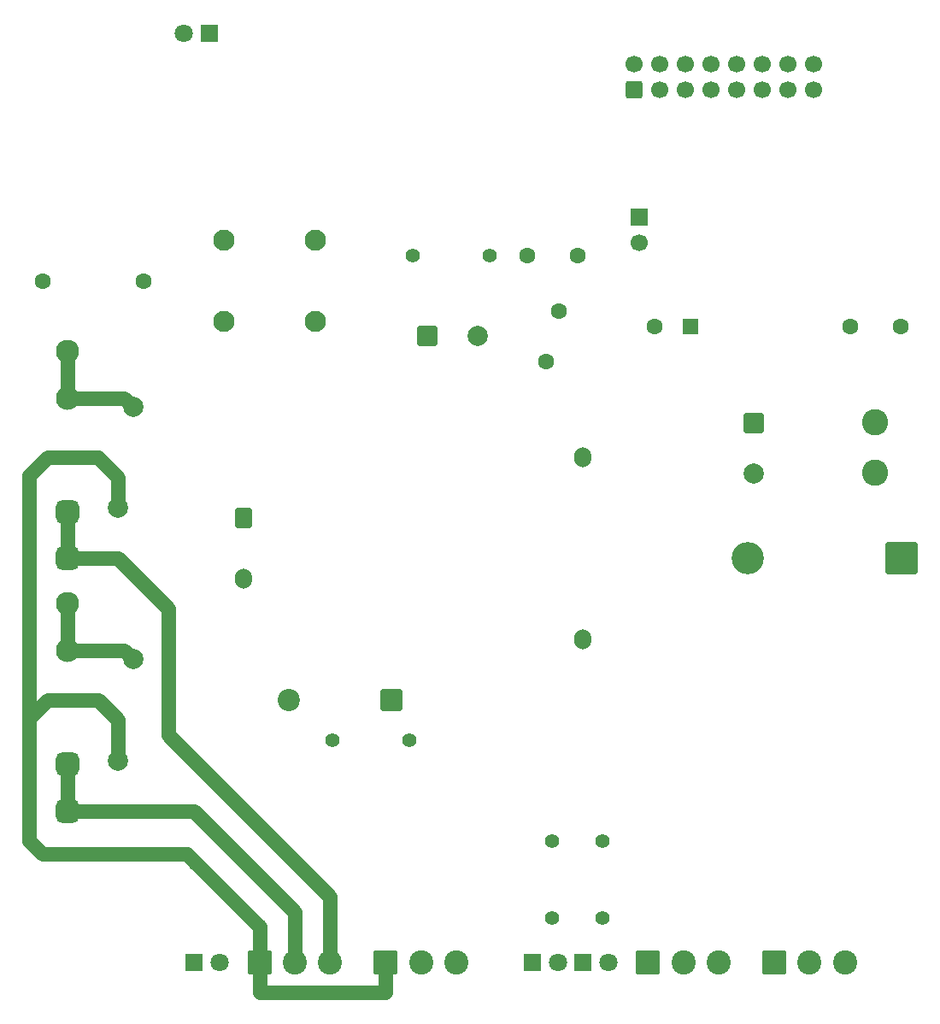
<source format=gbr>
%TF.GenerationSoftware,KiCad,Pcbnew,9.0.7*%
%TF.CreationDate,2026-02-03T14:25:51+01:00*%
%TF.ProjectId,lokho2-base,6c6f6b68-6f32-42d6-9261-73652e6b6963,rev?*%
%TF.SameCoordinates,Original*%
%TF.FileFunction,Soldermask,Bot*%
%TF.FilePolarity,Negative*%
%FSLAX46Y46*%
G04 Gerber Fmt 4.6, Leading zero omitted, Abs format (unit mm)*
G04 Created by KiCad (PCBNEW 9.0.7) date 2026-02-03 14:25:51*
%MOMM*%
%LPD*%
G01*
G04 APERTURE LIST*
G04 Aperture macros list*
%AMRoundRect*
0 Rectangle with rounded corners*
0 $1 Rounding radius*
0 $2 $3 $4 $5 $6 $7 $8 $9 X,Y pos of 4 corners*
0 Add a 4 corners polygon primitive as box body*
4,1,4,$2,$3,$4,$5,$6,$7,$8,$9,$2,$3,0*
0 Add four circle primitives for the rounded corners*
1,1,$1+$1,$2,$3*
1,1,$1+$1,$4,$5*
1,1,$1+$1,$6,$7*
1,1,$1+$1,$8,$9*
0 Add four rect primitives between the rounded corners*
20,1,$1+$1,$2,$3,$4,$5,0*
20,1,$1+$1,$4,$5,$6,$7,0*
20,1,$1+$1,$6,$7,$8,$9,0*
20,1,$1+$1,$8,$9,$2,$3,0*%
G04 Aperture macros list end*
%ADD10RoundRect,0.575000X0.575000X-0.575000X0.575000X0.575000X-0.575000X0.575000X-0.575000X-0.575000X0*%
%ADD11C,2.300000*%
%ADD12C,1.600000*%
%ADD13RoundRect,0.250001X-0.949999X-0.949999X0.949999X-0.949999X0.949999X0.949999X-0.949999X0.949999X0*%
%ADD14C,2.400000*%
%ADD15C,2.000000*%
%ADD16R,1.800000X1.800000*%
%ADD17C,1.800000*%
%ADD18C,1.400000*%
%ADD19RoundRect,0.250000X-0.600000X-0.750000X0.600000X-0.750000X0.600000X0.750000X-0.600000X0.750000X0*%
%ADD20O,1.700000X2.000000*%
%ADD21R,1.700000X1.700000*%
%ADD22C,1.700000*%
%ADD23RoundRect,0.249999X0.850001X0.850001X-0.850001X0.850001X-0.850001X-0.850001X0.850001X-0.850001X0*%
%ADD24C,2.200000*%
%ADD25RoundRect,0.250000X0.550000X0.550000X-0.550000X0.550000X-0.550000X-0.550000X0.550000X-0.550000X0*%
%ADD26RoundRect,0.250000X1.350000X1.350000X-1.350000X1.350000X-1.350000X-1.350000X1.350000X-1.350000X0*%
%ADD27C,3.200000*%
%ADD28C,2.600000*%
%ADD29RoundRect,0.250000X-0.750000X0.750000X-0.750000X-0.750000X0.750000X-0.750000X0.750000X0.750000X0*%
%ADD30RoundRect,0.250000X-0.750000X-0.750000X0.750000X-0.750000X0.750000X0.750000X-0.750000X0.750000X0*%
%ADD31RoundRect,0.250000X0.600000X-0.600000X0.600000X0.600000X-0.600000X0.600000X-0.600000X-0.600000X0*%
%ADD32C,2.100000*%
%ADD33C,1.400000*%
G04 APERTURE END LIST*
D10*
%TO.C,F1*%
X105000000Y-105000000D03*
X105000000Y-100400000D03*
D11*
X105000000Y-89100000D03*
X105000000Y-84500000D03*
%TD*%
D12*
%TO.C,C1*%
X102500000Y-77500000D03*
X112500000Y-77500000D03*
%TD*%
D13*
%TO.C,J4*%
X175000000Y-145000000D03*
D14*
X178500000Y-145000000D03*
X182000000Y-145000000D03*
%TD*%
D15*
%TO.C,RV2*%
X111500000Y-115000000D03*
X110000000Y-125000000D03*
%TD*%
D16*
%TO.C,D4*%
X151000000Y-145000000D03*
D17*
X153540000Y-145000000D03*
%TD*%
D13*
%TO.C,J3*%
X162500000Y-145000000D03*
D14*
X166000000Y-145000000D03*
X169500000Y-145000000D03*
%TD*%
D16*
%TO.C,D3*%
X117500000Y-145000000D03*
D17*
X120040000Y-145000000D03*
%TD*%
D12*
%TO.C,F3*%
X150500000Y-75000000D03*
X155500000Y-75000000D03*
%TD*%
D18*
%TO.C,R1*%
X138810000Y-123000000D03*
X131190000Y-123000000D03*
%TD*%
D16*
%TO.C,D6*%
X119000000Y-53000000D03*
D17*
X116460000Y-53000000D03*
%TD*%
D19*
%TO.C,PS1*%
X122452500Y-101000000D03*
D20*
X122452500Y-107000000D03*
X156052500Y-95000000D03*
X156052500Y-113000000D03*
%TD*%
D21*
%TO.C,J5*%
X161615000Y-71225000D03*
D22*
X161615000Y-73765000D03*
%TD*%
D12*
%TO.C,F4*%
X187500000Y-82000000D03*
X182500000Y-82000000D03*
%TD*%
D18*
%TO.C,R3*%
X158000000Y-133000000D03*
X158000000Y-140620000D03*
%TD*%
%TO.C,R4*%
X139190000Y-75000000D03*
X146810000Y-75000000D03*
%TD*%
D23*
%TO.C,D2*%
X137080000Y-119000000D03*
D24*
X126920000Y-119000000D03*
%TD*%
D25*
%TO.C,C3*%
X166652651Y-82000000D03*
D12*
X163152651Y-82000000D03*
%TD*%
D26*
%TO.C,D1*%
X187620000Y-105000000D03*
D27*
X172380000Y-105000000D03*
%TD*%
D12*
%TO.C,RV3*%
X153650000Y-80500000D03*
X152350000Y-85500000D03*
%TD*%
D28*
%TO.C,L2*%
X185000000Y-96500000D03*
X185000000Y-91500000D03*
%TD*%
D10*
%TO.C,F2*%
X105000000Y-130000000D03*
X105000000Y-125400000D03*
D11*
X105000000Y-114100000D03*
X105000000Y-109500000D03*
%TD*%
D13*
%TO.C,J1*%
X124000000Y-145000000D03*
D14*
X127500000Y-145000000D03*
X131000000Y-145000000D03*
%TD*%
D13*
%TO.C,J2*%
X136500000Y-145000000D03*
D14*
X140000000Y-145000000D03*
X143500000Y-145000000D03*
%TD*%
D18*
%TO.C,R2*%
X153000000Y-133000000D03*
X153000000Y-140620000D03*
%TD*%
D29*
%TO.C,C4*%
X173000000Y-91632323D03*
D15*
X173000000Y-96632323D03*
%TD*%
D30*
%TO.C,C2*%
X140632323Y-83000000D03*
D15*
X145632323Y-83000000D03*
%TD*%
D31*
%TO.C,SPI1*%
X161110000Y-58540000D03*
D22*
X161110000Y-56000000D03*
X163650000Y-58540000D03*
X163650000Y-56000000D03*
X166190000Y-58540000D03*
X166190000Y-56000000D03*
X168730000Y-58540000D03*
X168730000Y-56000000D03*
X171270000Y-58540000D03*
X171270000Y-56000000D03*
X173810000Y-58540000D03*
X173810000Y-56000000D03*
X176350000Y-58540000D03*
X176350000Y-56000000D03*
X178890000Y-58540000D03*
X178890000Y-56000000D03*
%TD*%
D16*
%TO.C,D5*%
X156000000Y-145000000D03*
D17*
X158540000Y-145000000D03*
%TD*%
D32*
%TO.C,L1*%
X120500000Y-81500000D03*
X129500000Y-81500000D03*
X129500000Y-73500000D03*
X120500000Y-73500000D03*
%TD*%
D15*
%TO.C,RV1*%
X111500000Y-90000000D03*
X110000000Y-100000000D03*
%TD*%
D33*
X110600000Y-89100000D02*
X111500000Y-90000000D01*
X105000000Y-89100000D02*
X110600000Y-89100000D01*
X105000000Y-89100000D02*
X105000000Y-84500000D01*
X110600000Y-114100000D02*
X111500000Y-115000000D01*
X105000000Y-114100000D02*
X110600000Y-114100000D01*
X105000000Y-114100000D02*
X105000000Y-109500000D01*
X115000000Y-122500000D02*
X131000000Y-138500000D01*
X131000000Y-138500000D02*
X131000000Y-145000000D01*
X115000000Y-110000000D02*
X115000000Y-122500000D01*
X105000000Y-100400000D02*
X105000000Y-105000000D01*
X105000000Y-105000000D02*
X110000000Y-105000000D01*
X110000000Y-105000000D02*
X115000000Y-110000000D01*
X117500000Y-130000000D02*
X127500000Y-140000000D01*
X127500000Y-140000000D02*
X127500000Y-145000000D01*
X105000000Y-130000000D02*
X117500000Y-130000000D01*
X105000000Y-125400000D02*
X105000000Y-130000000D01*
X124000000Y-145000000D02*
X124000000Y-141500000D01*
X101201000Y-120799000D02*
X103000000Y-119000000D01*
X124000000Y-148000000D02*
X136500000Y-148000000D01*
X117500000Y-135000000D02*
X116799000Y-134299000D01*
X101201000Y-96799000D02*
X103000000Y-95000000D01*
X116799000Y-134299000D02*
X102500000Y-134299000D01*
X108000000Y-95000000D02*
X110000000Y-97000000D01*
X124000000Y-141500000D02*
X117500000Y-135000000D01*
X110000000Y-97000000D02*
X110000000Y-100000000D01*
X103000000Y-119000000D02*
X108000000Y-119000000D01*
X101201000Y-133000000D02*
X101201000Y-120799000D01*
X103000000Y-95000000D02*
X108000000Y-95000000D01*
X110000000Y-125000000D02*
X110000000Y-121000000D01*
X124000000Y-145000000D02*
X124000000Y-148000000D01*
X101201000Y-120799000D02*
X101201000Y-96799000D01*
X102500000Y-134299000D02*
X101201000Y-133000000D01*
X136500000Y-145000000D02*
X136500000Y-148000000D01*
X110000000Y-121000000D02*
X108000000Y-119000000D01*
M02*

</source>
